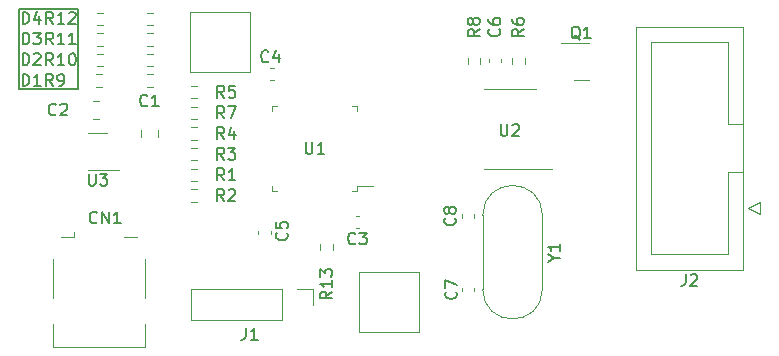
<source format=gbr>
%TF.GenerationSoftware,KiCad,Pcbnew,7.0.1*%
%TF.CreationDate,2023-03-17T11:51:17+07:00*%
%TF.ProjectId,BMP,424d502e-6b69-4636-9164-5f7063625858,rev?*%
%TF.SameCoordinates,Original*%
%TF.FileFunction,Legend,Top*%
%TF.FilePolarity,Positive*%
%FSLAX46Y46*%
G04 Gerber Fmt 4.6, Leading zero omitted, Abs format (unit mm)*
G04 Created by KiCad (PCBNEW 7.0.1) date 2023-03-17 11:51:17*
%MOMM*%
%LPD*%
G01*
G04 APERTURE LIST*
%ADD10C,0.150000*%
%ADD11C,0.120000*%
%ADD12C,0.100000*%
G04 APERTURE END LIST*
D10*
X77500000Y-58250000D02*
X82500000Y-58250000D01*
X82500000Y-65000000D01*
X77500000Y-65000000D01*
X77500000Y-58250000D01*
%TO.C,J1*%
X96666666Y-85212619D02*
X96666666Y-85926904D01*
X96666666Y-85926904D02*
X96619047Y-86069761D01*
X96619047Y-86069761D02*
X96523809Y-86165000D01*
X96523809Y-86165000D02*
X96380952Y-86212619D01*
X96380952Y-86212619D02*
X96285714Y-86212619D01*
X97666666Y-86212619D02*
X97095238Y-86212619D01*
X97380952Y-86212619D02*
X97380952Y-85212619D01*
X97380952Y-85212619D02*
X97285714Y-85355476D01*
X97285714Y-85355476D02*
X97190476Y-85450714D01*
X97190476Y-85450714D02*
X97095238Y-85498333D01*
%TO.C,R4*%
X94833333Y-69212619D02*
X94500000Y-68736428D01*
X94261905Y-69212619D02*
X94261905Y-68212619D01*
X94261905Y-68212619D02*
X94642857Y-68212619D01*
X94642857Y-68212619D02*
X94738095Y-68260238D01*
X94738095Y-68260238D02*
X94785714Y-68307857D01*
X94785714Y-68307857D02*
X94833333Y-68403095D01*
X94833333Y-68403095D02*
X94833333Y-68545952D01*
X94833333Y-68545952D02*
X94785714Y-68641190D01*
X94785714Y-68641190D02*
X94738095Y-68688809D01*
X94738095Y-68688809D02*
X94642857Y-68736428D01*
X94642857Y-68736428D02*
X94261905Y-68736428D01*
X95690476Y-68545952D02*
X95690476Y-69212619D01*
X95452381Y-68165000D02*
X95214286Y-68879285D01*
X95214286Y-68879285D02*
X95833333Y-68879285D01*
%TO.C,R1*%
X94833333Y-72712619D02*
X94500000Y-72236428D01*
X94261905Y-72712619D02*
X94261905Y-71712619D01*
X94261905Y-71712619D02*
X94642857Y-71712619D01*
X94642857Y-71712619D02*
X94738095Y-71760238D01*
X94738095Y-71760238D02*
X94785714Y-71807857D01*
X94785714Y-71807857D02*
X94833333Y-71903095D01*
X94833333Y-71903095D02*
X94833333Y-72045952D01*
X94833333Y-72045952D02*
X94785714Y-72141190D01*
X94785714Y-72141190D02*
X94738095Y-72188809D01*
X94738095Y-72188809D02*
X94642857Y-72236428D01*
X94642857Y-72236428D02*
X94261905Y-72236428D01*
X95785714Y-72712619D02*
X95214286Y-72712619D01*
X95500000Y-72712619D02*
X95500000Y-71712619D01*
X95500000Y-71712619D02*
X95404762Y-71855476D01*
X95404762Y-71855476D02*
X95309524Y-71950714D01*
X95309524Y-71950714D02*
X95214286Y-71998333D01*
%TO.C,C7*%
X114437380Y-82129166D02*
X114485000Y-82176785D01*
X114485000Y-82176785D02*
X114532619Y-82319642D01*
X114532619Y-82319642D02*
X114532619Y-82414880D01*
X114532619Y-82414880D02*
X114485000Y-82557737D01*
X114485000Y-82557737D02*
X114389761Y-82652975D01*
X114389761Y-82652975D02*
X114294523Y-82700594D01*
X114294523Y-82700594D02*
X114104047Y-82748213D01*
X114104047Y-82748213D02*
X113961190Y-82748213D01*
X113961190Y-82748213D02*
X113770714Y-82700594D01*
X113770714Y-82700594D02*
X113675476Y-82652975D01*
X113675476Y-82652975D02*
X113580238Y-82557737D01*
X113580238Y-82557737D02*
X113532619Y-82414880D01*
X113532619Y-82414880D02*
X113532619Y-82319642D01*
X113532619Y-82319642D02*
X113580238Y-82176785D01*
X113580238Y-82176785D02*
X113627857Y-82129166D01*
X113532619Y-81795832D02*
X113532619Y-81129166D01*
X113532619Y-81129166D02*
X114532619Y-81557737D01*
%TO.C,J2*%
X133896666Y-80642619D02*
X133896666Y-81356904D01*
X133896666Y-81356904D02*
X133849047Y-81499761D01*
X133849047Y-81499761D02*
X133753809Y-81595000D01*
X133753809Y-81595000D02*
X133610952Y-81642619D01*
X133610952Y-81642619D02*
X133515714Y-81642619D01*
X134325238Y-80737857D02*
X134372857Y-80690238D01*
X134372857Y-80690238D02*
X134468095Y-80642619D01*
X134468095Y-80642619D02*
X134706190Y-80642619D01*
X134706190Y-80642619D02*
X134801428Y-80690238D01*
X134801428Y-80690238D02*
X134849047Y-80737857D01*
X134849047Y-80737857D02*
X134896666Y-80833095D01*
X134896666Y-80833095D02*
X134896666Y-80928333D01*
X134896666Y-80928333D02*
X134849047Y-81071190D01*
X134849047Y-81071190D02*
X134277619Y-81642619D01*
X134277619Y-81642619D02*
X134896666Y-81642619D01*
%TO.C,R11*%
X80357142Y-61212619D02*
X80023809Y-60736428D01*
X79785714Y-61212619D02*
X79785714Y-60212619D01*
X79785714Y-60212619D02*
X80166666Y-60212619D01*
X80166666Y-60212619D02*
X80261904Y-60260238D01*
X80261904Y-60260238D02*
X80309523Y-60307857D01*
X80309523Y-60307857D02*
X80357142Y-60403095D01*
X80357142Y-60403095D02*
X80357142Y-60545952D01*
X80357142Y-60545952D02*
X80309523Y-60641190D01*
X80309523Y-60641190D02*
X80261904Y-60688809D01*
X80261904Y-60688809D02*
X80166666Y-60736428D01*
X80166666Y-60736428D02*
X79785714Y-60736428D01*
X81309523Y-61212619D02*
X80738095Y-61212619D01*
X81023809Y-61212619D02*
X81023809Y-60212619D01*
X81023809Y-60212619D02*
X80928571Y-60355476D01*
X80928571Y-60355476D02*
X80833333Y-60450714D01*
X80833333Y-60450714D02*
X80738095Y-60498333D01*
X82261904Y-61212619D02*
X81690476Y-61212619D01*
X81976190Y-61212619D02*
X81976190Y-60212619D01*
X81976190Y-60212619D02*
X81880952Y-60355476D01*
X81880952Y-60355476D02*
X81785714Y-60450714D01*
X81785714Y-60450714D02*
X81690476Y-60498333D01*
%TO.C,D3*%
X77761905Y-61212619D02*
X77761905Y-60212619D01*
X77761905Y-60212619D02*
X78000000Y-60212619D01*
X78000000Y-60212619D02*
X78142857Y-60260238D01*
X78142857Y-60260238D02*
X78238095Y-60355476D01*
X78238095Y-60355476D02*
X78285714Y-60450714D01*
X78285714Y-60450714D02*
X78333333Y-60641190D01*
X78333333Y-60641190D02*
X78333333Y-60784047D01*
X78333333Y-60784047D02*
X78285714Y-60974523D01*
X78285714Y-60974523D02*
X78238095Y-61069761D01*
X78238095Y-61069761D02*
X78142857Y-61165000D01*
X78142857Y-61165000D02*
X78000000Y-61212619D01*
X78000000Y-61212619D02*
X77761905Y-61212619D01*
X78666667Y-60212619D02*
X79285714Y-60212619D01*
X79285714Y-60212619D02*
X78952381Y-60593571D01*
X78952381Y-60593571D02*
X79095238Y-60593571D01*
X79095238Y-60593571D02*
X79190476Y-60641190D01*
X79190476Y-60641190D02*
X79238095Y-60688809D01*
X79238095Y-60688809D02*
X79285714Y-60784047D01*
X79285714Y-60784047D02*
X79285714Y-61022142D01*
X79285714Y-61022142D02*
X79238095Y-61117380D01*
X79238095Y-61117380D02*
X79190476Y-61165000D01*
X79190476Y-61165000D02*
X79095238Y-61212619D01*
X79095238Y-61212619D02*
X78809524Y-61212619D01*
X78809524Y-61212619D02*
X78714286Y-61165000D01*
X78714286Y-61165000D02*
X78666667Y-61117380D01*
%TO.C,C1*%
X88333333Y-66367380D02*
X88285714Y-66415000D01*
X88285714Y-66415000D02*
X88142857Y-66462619D01*
X88142857Y-66462619D02*
X88047619Y-66462619D01*
X88047619Y-66462619D02*
X87904762Y-66415000D01*
X87904762Y-66415000D02*
X87809524Y-66319761D01*
X87809524Y-66319761D02*
X87761905Y-66224523D01*
X87761905Y-66224523D02*
X87714286Y-66034047D01*
X87714286Y-66034047D02*
X87714286Y-65891190D01*
X87714286Y-65891190D02*
X87761905Y-65700714D01*
X87761905Y-65700714D02*
X87809524Y-65605476D01*
X87809524Y-65605476D02*
X87904762Y-65510238D01*
X87904762Y-65510238D02*
X88047619Y-65462619D01*
X88047619Y-65462619D02*
X88142857Y-65462619D01*
X88142857Y-65462619D02*
X88285714Y-65510238D01*
X88285714Y-65510238D02*
X88333333Y-65557857D01*
X89285714Y-66462619D02*
X88714286Y-66462619D01*
X89000000Y-66462619D02*
X89000000Y-65462619D01*
X89000000Y-65462619D02*
X88904762Y-65605476D01*
X88904762Y-65605476D02*
X88809524Y-65700714D01*
X88809524Y-65700714D02*
X88714286Y-65748333D01*
%TO.C,R13*%
X103962619Y-82142857D02*
X103486428Y-82476190D01*
X103962619Y-82714285D02*
X102962619Y-82714285D01*
X102962619Y-82714285D02*
X102962619Y-82333333D01*
X102962619Y-82333333D02*
X103010238Y-82238095D01*
X103010238Y-82238095D02*
X103057857Y-82190476D01*
X103057857Y-82190476D02*
X103153095Y-82142857D01*
X103153095Y-82142857D02*
X103295952Y-82142857D01*
X103295952Y-82142857D02*
X103391190Y-82190476D01*
X103391190Y-82190476D02*
X103438809Y-82238095D01*
X103438809Y-82238095D02*
X103486428Y-82333333D01*
X103486428Y-82333333D02*
X103486428Y-82714285D01*
X103962619Y-81190476D02*
X103962619Y-81761904D01*
X103962619Y-81476190D02*
X102962619Y-81476190D01*
X102962619Y-81476190D02*
X103105476Y-81571428D01*
X103105476Y-81571428D02*
X103200714Y-81666666D01*
X103200714Y-81666666D02*
X103248333Y-81761904D01*
X102962619Y-80857142D02*
X102962619Y-80238095D01*
X102962619Y-80238095D02*
X103343571Y-80571428D01*
X103343571Y-80571428D02*
X103343571Y-80428571D01*
X103343571Y-80428571D02*
X103391190Y-80333333D01*
X103391190Y-80333333D02*
X103438809Y-80285714D01*
X103438809Y-80285714D02*
X103534047Y-80238095D01*
X103534047Y-80238095D02*
X103772142Y-80238095D01*
X103772142Y-80238095D02*
X103867380Y-80285714D01*
X103867380Y-80285714D02*
X103915000Y-80333333D01*
X103915000Y-80333333D02*
X103962619Y-80428571D01*
X103962619Y-80428571D02*
X103962619Y-80714285D01*
X103962619Y-80714285D02*
X103915000Y-80809523D01*
X103915000Y-80809523D02*
X103867380Y-80857142D01*
%TO.C,U1*%
X101738095Y-69462619D02*
X101738095Y-70272142D01*
X101738095Y-70272142D02*
X101785714Y-70367380D01*
X101785714Y-70367380D02*
X101833333Y-70415000D01*
X101833333Y-70415000D02*
X101928571Y-70462619D01*
X101928571Y-70462619D02*
X102119047Y-70462619D01*
X102119047Y-70462619D02*
X102214285Y-70415000D01*
X102214285Y-70415000D02*
X102261904Y-70367380D01*
X102261904Y-70367380D02*
X102309523Y-70272142D01*
X102309523Y-70272142D02*
X102309523Y-69462619D01*
X103309523Y-70462619D02*
X102738095Y-70462619D01*
X103023809Y-70462619D02*
X103023809Y-69462619D01*
X103023809Y-69462619D02*
X102928571Y-69605476D01*
X102928571Y-69605476D02*
X102833333Y-69700714D01*
X102833333Y-69700714D02*
X102738095Y-69748333D01*
%TO.C,R8*%
X116462619Y-59916666D02*
X115986428Y-60249999D01*
X116462619Y-60488094D02*
X115462619Y-60488094D01*
X115462619Y-60488094D02*
X115462619Y-60107142D01*
X115462619Y-60107142D02*
X115510238Y-60011904D01*
X115510238Y-60011904D02*
X115557857Y-59964285D01*
X115557857Y-59964285D02*
X115653095Y-59916666D01*
X115653095Y-59916666D02*
X115795952Y-59916666D01*
X115795952Y-59916666D02*
X115891190Y-59964285D01*
X115891190Y-59964285D02*
X115938809Y-60011904D01*
X115938809Y-60011904D02*
X115986428Y-60107142D01*
X115986428Y-60107142D02*
X115986428Y-60488094D01*
X115891190Y-59345237D02*
X115843571Y-59440475D01*
X115843571Y-59440475D02*
X115795952Y-59488094D01*
X115795952Y-59488094D02*
X115700714Y-59535713D01*
X115700714Y-59535713D02*
X115653095Y-59535713D01*
X115653095Y-59535713D02*
X115557857Y-59488094D01*
X115557857Y-59488094D02*
X115510238Y-59440475D01*
X115510238Y-59440475D02*
X115462619Y-59345237D01*
X115462619Y-59345237D02*
X115462619Y-59154761D01*
X115462619Y-59154761D02*
X115510238Y-59059523D01*
X115510238Y-59059523D02*
X115557857Y-59011904D01*
X115557857Y-59011904D02*
X115653095Y-58964285D01*
X115653095Y-58964285D02*
X115700714Y-58964285D01*
X115700714Y-58964285D02*
X115795952Y-59011904D01*
X115795952Y-59011904D02*
X115843571Y-59059523D01*
X115843571Y-59059523D02*
X115891190Y-59154761D01*
X115891190Y-59154761D02*
X115891190Y-59345237D01*
X115891190Y-59345237D02*
X115938809Y-59440475D01*
X115938809Y-59440475D02*
X115986428Y-59488094D01*
X115986428Y-59488094D02*
X116081666Y-59535713D01*
X116081666Y-59535713D02*
X116272142Y-59535713D01*
X116272142Y-59535713D02*
X116367380Y-59488094D01*
X116367380Y-59488094D02*
X116415000Y-59440475D01*
X116415000Y-59440475D02*
X116462619Y-59345237D01*
X116462619Y-59345237D02*
X116462619Y-59154761D01*
X116462619Y-59154761D02*
X116415000Y-59059523D01*
X116415000Y-59059523D02*
X116367380Y-59011904D01*
X116367380Y-59011904D02*
X116272142Y-58964285D01*
X116272142Y-58964285D02*
X116081666Y-58964285D01*
X116081666Y-58964285D02*
X115986428Y-59011904D01*
X115986428Y-59011904D02*
X115938809Y-59059523D01*
X115938809Y-59059523D02*
X115891190Y-59154761D01*
%TO.C,CN1*%
X84059523Y-76267380D02*
X84011904Y-76315000D01*
X84011904Y-76315000D02*
X83869047Y-76362619D01*
X83869047Y-76362619D02*
X83773809Y-76362619D01*
X83773809Y-76362619D02*
X83630952Y-76315000D01*
X83630952Y-76315000D02*
X83535714Y-76219761D01*
X83535714Y-76219761D02*
X83488095Y-76124523D01*
X83488095Y-76124523D02*
X83440476Y-75934047D01*
X83440476Y-75934047D02*
X83440476Y-75791190D01*
X83440476Y-75791190D02*
X83488095Y-75600714D01*
X83488095Y-75600714D02*
X83535714Y-75505476D01*
X83535714Y-75505476D02*
X83630952Y-75410238D01*
X83630952Y-75410238D02*
X83773809Y-75362619D01*
X83773809Y-75362619D02*
X83869047Y-75362619D01*
X83869047Y-75362619D02*
X84011904Y-75410238D01*
X84011904Y-75410238D02*
X84059523Y-75457857D01*
X84488095Y-76362619D02*
X84488095Y-75362619D01*
X84488095Y-75362619D02*
X85059523Y-76362619D01*
X85059523Y-76362619D02*
X85059523Y-75362619D01*
X86059523Y-76362619D02*
X85488095Y-76362619D01*
X85773809Y-76362619D02*
X85773809Y-75362619D01*
X85773809Y-75362619D02*
X85678571Y-75505476D01*
X85678571Y-75505476D02*
X85583333Y-75600714D01*
X85583333Y-75600714D02*
X85488095Y-75648333D01*
%TO.C,C6*%
X118117380Y-59916666D02*
X118165000Y-59964285D01*
X118165000Y-59964285D02*
X118212619Y-60107142D01*
X118212619Y-60107142D02*
X118212619Y-60202380D01*
X118212619Y-60202380D02*
X118165000Y-60345237D01*
X118165000Y-60345237D02*
X118069761Y-60440475D01*
X118069761Y-60440475D02*
X117974523Y-60488094D01*
X117974523Y-60488094D02*
X117784047Y-60535713D01*
X117784047Y-60535713D02*
X117641190Y-60535713D01*
X117641190Y-60535713D02*
X117450714Y-60488094D01*
X117450714Y-60488094D02*
X117355476Y-60440475D01*
X117355476Y-60440475D02*
X117260238Y-60345237D01*
X117260238Y-60345237D02*
X117212619Y-60202380D01*
X117212619Y-60202380D02*
X117212619Y-60107142D01*
X117212619Y-60107142D02*
X117260238Y-59964285D01*
X117260238Y-59964285D02*
X117307857Y-59916666D01*
X117212619Y-59059523D02*
X117212619Y-59249999D01*
X117212619Y-59249999D02*
X117260238Y-59345237D01*
X117260238Y-59345237D02*
X117307857Y-59392856D01*
X117307857Y-59392856D02*
X117450714Y-59488094D01*
X117450714Y-59488094D02*
X117641190Y-59535713D01*
X117641190Y-59535713D02*
X118022142Y-59535713D01*
X118022142Y-59535713D02*
X118117380Y-59488094D01*
X118117380Y-59488094D02*
X118165000Y-59440475D01*
X118165000Y-59440475D02*
X118212619Y-59345237D01*
X118212619Y-59345237D02*
X118212619Y-59154761D01*
X118212619Y-59154761D02*
X118165000Y-59059523D01*
X118165000Y-59059523D02*
X118117380Y-59011904D01*
X118117380Y-59011904D02*
X118022142Y-58964285D01*
X118022142Y-58964285D02*
X117784047Y-58964285D01*
X117784047Y-58964285D02*
X117688809Y-59011904D01*
X117688809Y-59011904D02*
X117641190Y-59059523D01*
X117641190Y-59059523D02*
X117593571Y-59154761D01*
X117593571Y-59154761D02*
X117593571Y-59345237D01*
X117593571Y-59345237D02*
X117641190Y-59440475D01*
X117641190Y-59440475D02*
X117688809Y-59488094D01*
X117688809Y-59488094D02*
X117784047Y-59535713D01*
%TO.C,U3*%
X83375595Y-72162619D02*
X83375595Y-72972142D01*
X83375595Y-72972142D02*
X83423214Y-73067380D01*
X83423214Y-73067380D02*
X83470833Y-73115000D01*
X83470833Y-73115000D02*
X83566071Y-73162619D01*
X83566071Y-73162619D02*
X83756547Y-73162619D01*
X83756547Y-73162619D02*
X83851785Y-73115000D01*
X83851785Y-73115000D02*
X83899404Y-73067380D01*
X83899404Y-73067380D02*
X83947023Y-72972142D01*
X83947023Y-72972142D02*
X83947023Y-72162619D01*
X84327976Y-72162619D02*
X84947023Y-72162619D01*
X84947023Y-72162619D02*
X84613690Y-72543571D01*
X84613690Y-72543571D02*
X84756547Y-72543571D01*
X84756547Y-72543571D02*
X84851785Y-72591190D01*
X84851785Y-72591190D02*
X84899404Y-72638809D01*
X84899404Y-72638809D02*
X84947023Y-72734047D01*
X84947023Y-72734047D02*
X84947023Y-72972142D01*
X84947023Y-72972142D02*
X84899404Y-73067380D01*
X84899404Y-73067380D02*
X84851785Y-73115000D01*
X84851785Y-73115000D02*
X84756547Y-73162619D01*
X84756547Y-73162619D02*
X84470833Y-73162619D01*
X84470833Y-73162619D02*
X84375595Y-73115000D01*
X84375595Y-73115000D02*
X84327976Y-73067380D01*
%TO.C,D2*%
X77761905Y-62962619D02*
X77761905Y-61962619D01*
X77761905Y-61962619D02*
X78000000Y-61962619D01*
X78000000Y-61962619D02*
X78142857Y-62010238D01*
X78142857Y-62010238D02*
X78238095Y-62105476D01*
X78238095Y-62105476D02*
X78285714Y-62200714D01*
X78285714Y-62200714D02*
X78333333Y-62391190D01*
X78333333Y-62391190D02*
X78333333Y-62534047D01*
X78333333Y-62534047D02*
X78285714Y-62724523D01*
X78285714Y-62724523D02*
X78238095Y-62819761D01*
X78238095Y-62819761D02*
X78142857Y-62915000D01*
X78142857Y-62915000D02*
X78000000Y-62962619D01*
X78000000Y-62962619D02*
X77761905Y-62962619D01*
X78714286Y-62057857D02*
X78761905Y-62010238D01*
X78761905Y-62010238D02*
X78857143Y-61962619D01*
X78857143Y-61962619D02*
X79095238Y-61962619D01*
X79095238Y-61962619D02*
X79190476Y-62010238D01*
X79190476Y-62010238D02*
X79238095Y-62057857D01*
X79238095Y-62057857D02*
X79285714Y-62153095D01*
X79285714Y-62153095D02*
X79285714Y-62248333D01*
X79285714Y-62248333D02*
X79238095Y-62391190D01*
X79238095Y-62391190D02*
X78666667Y-62962619D01*
X78666667Y-62962619D02*
X79285714Y-62962619D01*
%TO.C,R12*%
X80357142Y-59462619D02*
X80023809Y-58986428D01*
X79785714Y-59462619D02*
X79785714Y-58462619D01*
X79785714Y-58462619D02*
X80166666Y-58462619D01*
X80166666Y-58462619D02*
X80261904Y-58510238D01*
X80261904Y-58510238D02*
X80309523Y-58557857D01*
X80309523Y-58557857D02*
X80357142Y-58653095D01*
X80357142Y-58653095D02*
X80357142Y-58795952D01*
X80357142Y-58795952D02*
X80309523Y-58891190D01*
X80309523Y-58891190D02*
X80261904Y-58938809D01*
X80261904Y-58938809D02*
X80166666Y-58986428D01*
X80166666Y-58986428D02*
X79785714Y-58986428D01*
X81309523Y-59462619D02*
X80738095Y-59462619D01*
X81023809Y-59462619D02*
X81023809Y-58462619D01*
X81023809Y-58462619D02*
X80928571Y-58605476D01*
X80928571Y-58605476D02*
X80833333Y-58700714D01*
X80833333Y-58700714D02*
X80738095Y-58748333D01*
X81690476Y-58557857D02*
X81738095Y-58510238D01*
X81738095Y-58510238D02*
X81833333Y-58462619D01*
X81833333Y-58462619D02*
X82071428Y-58462619D01*
X82071428Y-58462619D02*
X82166666Y-58510238D01*
X82166666Y-58510238D02*
X82214285Y-58557857D01*
X82214285Y-58557857D02*
X82261904Y-58653095D01*
X82261904Y-58653095D02*
X82261904Y-58748333D01*
X82261904Y-58748333D02*
X82214285Y-58891190D01*
X82214285Y-58891190D02*
X81642857Y-59462619D01*
X81642857Y-59462619D02*
X82261904Y-59462619D01*
%TO.C,Y1*%
X122761428Y-79276190D02*
X123237619Y-79276190D01*
X122237619Y-79609523D02*
X122761428Y-79276190D01*
X122761428Y-79276190D02*
X122237619Y-78942857D01*
X123237619Y-78085714D02*
X123237619Y-78657142D01*
X123237619Y-78371428D02*
X122237619Y-78371428D01*
X122237619Y-78371428D02*
X122380476Y-78466666D01*
X122380476Y-78466666D02*
X122475714Y-78561904D01*
X122475714Y-78561904D02*
X122523333Y-78657142D01*
%TO.C,U2*%
X118238095Y-67962619D02*
X118238095Y-68772142D01*
X118238095Y-68772142D02*
X118285714Y-68867380D01*
X118285714Y-68867380D02*
X118333333Y-68915000D01*
X118333333Y-68915000D02*
X118428571Y-68962619D01*
X118428571Y-68962619D02*
X118619047Y-68962619D01*
X118619047Y-68962619D02*
X118714285Y-68915000D01*
X118714285Y-68915000D02*
X118761904Y-68867380D01*
X118761904Y-68867380D02*
X118809523Y-68772142D01*
X118809523Y-68772142D02*
X118809523Y-67962619D01*
X119238095Y-68057857D02*
X119285714Y-68010238D01*
X119285714Y-68010238D02*
X119380952Y-67962619D01*
X119380952Y-67962619D02*
X119619047Y-67962619D01*
X119619047Y-67962619D02*
X119714285Y-68010238D01*
X119714285Y-68010238D02*
X119761904Y-68057857D01*
X119761904Y-68057857D02*
X119809523Y-68153095D01*
X119809523Y-68153095D02*
X119809523Y-68248333D01*
X119809523Y-68248333D02*
X119761904Y-68391190D01*
X119761904Y-68391190D02*
X119190476Y-68962619D01*
X119190476Y-68962619D02*
X119809523Y-68962619D01*
%TO.C,C5*%
X100117380Y-77166666D02*
X100165000Y-77214285D01*
X100165000Y-77214285D02*
X100212619Y-77357142D01*
X100212619Y-77357142D02*
X100212619Y-77452380D01*
X100212619Y-77452380D02*
X100165000Y-77595237D01*
X100165000Y-77595237D02*
X100069761Y-77690475D01*
X100069761Y-77690475D02*
X99974523Y-77738094D01*
X99974523Y-77738094D02*
X99784047Y-77785713D01*
X99784047Y-77785713D02*
X99641190Y-77785713D01*
X99641190Y-77785713D02*
X99450714Y-77738094D01*
X99450714Y-77738094D02*
X99355476Y-77690475D01*
X99355476Y-77690475D02*
X99260238Y-77595237D01*
X99260238Y-77595237D02*
X99212619Y-77452380D01*
X99212619Y-77452380D02*
X99212619Y-77357142D01*
X99212619Y-77357142D02*
X99260238Y-77214285D01*
X99260238Y-77214285D02*
X99307857Y-77166666D01*
X99212619Y-76261904D02*
X99212619Y-76738094D01*
X99212619Y-76738094D02*
X99688809Y-76785713D01*
X99688809Y-76785713D02*
X99641190Y-76738094D01*
X99641190Y-76738094D02*
X99593571Y-76642856D01*
X99593571Y-76642856D02*
X99593571Y-76404761D01*
X99593571Y-76404761D02*
X99641190Y-76309523D01*
X99641190Y-76309523D02*
X99688809Y-76261904D01*
X99688809Y-76261904D02*
X99784047Y-76214285D01*
X99784047Y-76214285D02*
X100022142Y-76214285D01*
X100022142Y-76214285D02*
X100117380Y-76261904D01*
X100117380Y-76261904D02*
X100165000Y-76309523D01*
X100165000Y-76309523D02*
X100212619Y-76404761D01*
X100212619Y-76404761D02*
X100212619Y-76642856D01*
X100212619Y-76642856D02*
X100165000Y-76738094D01*
X100165000Y-76738094D02*
X100117380Y-76785713D01*
%TO.C,R6*%
X120212619Y-59916666D02*
X119736428Y-60249999D01*
X120212619Y-60488094D02*
X119212619Y-60488094D01*
X119212619Y-60488094D02*
X119212619Y-60107142D01*
X119212619Y-60107142D02*
X119260238Y-60011904D01*
X119260238Y-60011904D02*
X119307857Y-59964285D01*
X119307857Y-59964285D02*
X119403095Y-59916666D01*
X119403095Y-59916666D02*
X119545952Y-59916666D01*
X119545952Y-59916666D02*
X119641190Y-59964285D01*
X119641190Y-59964285D02*
X119688809Y-60011904D01*
X119688809Y-60011904D02*
X119736428Y-60107142D01*
X119736428Y-60107142D02*
X119736428Y-60488094D01*
X119212619Y-59059523D02*
X119212619Y-59249999D01*
X119212619Y-59249999D02*
X119260238Y-59345237D01*
X119260238Y-59345237D02*
X119307857Y-59392856D01*
X119307857Y-59392856D02*
X119450714Y-59488094D01*
X119450714Y-59488094D02*
X119641190Y-59535713D01*
X119641190Y-59535713D02*
X120022142Y-59535713D01*
X120022142Y-59535713D02*
X120117380Y-59488094D01*
X120117380Y-59488094D02*
X120165000Y-59440475D01*
X120165000Y-59440475D02*
X120212619Y-59345237D01*
X120212619Y-59345237D02*
X120212619Y-59154761D01*
X120212619Y-59154761D02*
X120165000Y-59059523D01*
X120165000Y-59059523D02*
X120117380Y-59011904D01*
X120117380Y-59011904D02*
X120022142Y-58964285D01*
X120022142Y-58964285D02*
X119784047Y-58964285D01*
X119784047Y-58964285D02*
X119688809Y-59011904D01*
X119688809Y-59011904D02*
X119641190Y-59059523D01*
X119641190Y-59059523D02*
X119593571Y-59154761D01*
X119593571Y-59154761D02*
X119593571Y-59345237D01*
X119593571Y-59345237D02*
X119641190Y-59440475D01*
X119641190Y-59440475D02*
X119688809Y-59488094D01*
X119688809Y-59488094D02*
X119784047Y-59535713D01*
%TO.C,C3*%
X105945833Y-78047380D02*
X105898214Y-78095000D01*
X105898214Y-78095000D02*
X105755357Y-78142619D01*
X105755357Y-78142619D02*
X105660119Y-78142619D01*
X105660119Y-78142619D02*
X105517262Y-78095000D01*
X105517262Y-78095000D02*
X105422024Y-77999761D01*
X105422024Y-77999761D02*
X105374405Y-77904523D01*
X105374405Y-77904523D02*
X105326786Y-77714047D01*
X105326786Y-77714047D02*
X105326786Y-77571190D01*
X105326786Y-77571190D02*
X105374405Y-77380714D01*
X105374405Y-77380714D02*
X105422024Y-77285476D01*
X105422024Y-77285476D02*
X105517262Y-77190238D01*
X105517262Y-77190238D02*
X105660119Y-77142619D01*
X105660119Y-77142619D02*
X105755357Y-77142619D01*
X105755357Y-77142619D02*
X105898214Y-77190238D01*
X105898214Y-77190238D02*
X105945833Y-77237857D01*
X106279167Y-77142619D02*
X106898214Y-77142619D01*
X106898214Y-77142619D02*
X106564881Y-77523571D01*
X106564881Y-77523571D02*
X106707738Y-77523571D01*
X106707738Y-77523571D02*
X106802976Y-77571190D01*
X106802976Y-77571190D02*
X106850595Y-77618809D01*
X106850595Y-77618809D02*
X106898214Y-77714047D01*
X106898214Y-77714047D02*
X106898214Y-77952142D01*
X106898214Y-77952142D02*
X106850595Y-78047380D01*
X106850595Y-78047380D02*
X106802976Y-78095000D01*
X106802976Y-78095000D02*
X106707738Y-78142619D01*
X106707738Y-78142619D02*
X106422024Y-78142619D01*
X106422024Y-78142619D02*
X106326786Y-78095000D01*
X106326786Y-78095000D02*
X106279167Y-78047380D01*
%TO.C,C8*%
X114367380Y-75916666D02*
X114415000Y-75964285D01*
X114415000Y-75964285D02*
X114462619Y-76107142D01*
X114462619Y-76107142D02*
X114462619Y-76202380D01*
X114462619Y-76202380D02*
X114415000Y-76345237D01*
X114415000Y-76345237D02*
X114319761Y-76440475D01*
X114319761Y-76440475D02*
X114224523Y-76488094D01*
X114224523Y-76488094D02*
X114034047Y-76535713D01*
X114034047Y-76535713D02*
X113891190Y-76535713D01*
X113891190Y-76535713D02*
X113700714Y-76488094D01*
X113700714Y-76488094D02*
X113605476Y-76440475D01*
X113605476Y-76440475D02*
X113510238Y-76345237D01*
X113510238Y-76345237D02*
X113462619Y-76202380D01*
X113462619Y-76202380D02*
X113462619Y-76107142D01*
X113462619Y-76107142D02*
X113510238Y-75964285D01*
X113510238Y-75964285D02*
X113557857Y-75916666D01*
X113891190Y-75345237D02*
X113843571Y-75440475D01*
X113843571Y-75440475D02*
X113795952Y-75488094D01*
X113795952Y-75488094D02*
X113700714Y-75535713D01*
X113700714Y-75535713D02*
X113653095Y-75535713D01*
X113653095Y-75535713D02*
X113557857Y-75488094D01*
X113557857Y-75488094D02*
X113510238Y-75440475D01*
X113510238Y-75440475D02*
X113462619Y-75345237D01*
X113462619Y-75345237D02*
X113462619Y-75154761D01*
X113462619Y-75154761D02*
X113510238Y-75059523D01*
X113510238Y-75059523D02*
X113557857Y-75011904D01*
X113557857Y-75011904D02*
X113653095Y-74964285D01*
X113653095Y-74964285D02*
X113700714Y-74964285D01*
X113700714Y-74964285D02*
X113795952Y-75011904D01*
X113795952Y-75011904D02*
X113843571Y-75059523D01*
X113843571Y-75059523D02*
X113891190Y-75154761D01*
X113891190Y-75154761D02*
X113891190Y-75345237D01*
X113891190Y-75345237D02*
X113938809Y-75440475D01*
X113938809Y-75440475D02*
X113986428Y-75488094D01*
X113986428Y-75488094D02*
X114081666Y-75535713D01*
X114081666Y-75535713D02*
X114272142Y-75535713D01*
X114272142Y-75535713D02*
X114367380Y-75488094D01*
X114367380Y-75488094D02*
X114415000Y-75440475D01*
X114415000Y-75440475D02*
X114462619Y-75345237D01*
X114462619Y-75345237D02*
X114462619Y-75154761D01*
X114462619Y-75154761D02*
X114415000Y-75059523D01*
X114415000Y-75059523D02*
X114367380Y-75011904D01*
X114367380Y-75011904D02*
X114272142Y-74964285D01*
X114272142Y-74964285D02*
X114081666Y-74964285D01*
X114081666Y-74964285D02*
X113986428Y-75011904D01*
X113986428Y-75011904D02*
X113938809Y-75059523D01*
X113938809Y-75059523D02*
X113891190Y-75154761D01*
%TO.C,R5*%
X94833333Y-65712619D02*
X94500000Y-65236428D01*
X94261905Y-65712619D02*
X94261905Y-64712619D01*
X94261905Y-64712619D02*
X94642857Y-64712619D01*
X94642857Y-64712619D02*
X94738095Y-64760238D01*
X94738095Y-64760238D02*
X94785714Y-64807857D01*
X94785714Y-64807857D02*
X94833333Y-64903095D01*
X94833333Y-64903095D02*
X94833333Y-65045952D01*
X94833333Y-65045952D02*
X94785714Y-65141190D01*
X94785714Y-65141190D02*
X94738095Y-65188809D01*
X94738095Y-65188809D02*
X94642857Y-65236428D01*
X94642857Y-65236428D02*
X94261905Y-65236428D01*
X95738095Y-64712619D02*
X95261905Y-64712619D01*
X95261905Y-64712619D02*
X95214286Y-65188809D01*
X95214286Y-65188809D02*
X95261905Y-65141190D01*
X95261905Y-65141190D02*
X95357143Y-65093571D01*
X95357143Y-65093571D02*
X95595238Y-65093571D01*
X95595238Y-65093571D02*
X95690476Y-65141190D01*
X95690476Y-65141190D02*
X95738095Y-65188809D01*
X95738095Y-65188809D02*
X95785714Y-65284047D01*
X95785714Y-65284047D02*
X95785714Y-65522142D01*
X95785714Y-65522142D02*
X95738095Y-65617380D01*
X95738095Y-65617380D02*
X95690476Y-65665000D01*
X95690476Y-65665000D02*
X95595238Y-65712619D01*
X95595238Y-65712619D02*
X95357143Y-65712619D01*
X95357143Y-65712619D02*
X95261905Y-65665000D01*
X95261905Y-65665000D02*
X95214286Y-65617380D01*
%TO.C,R2*%
X94833333Y-74462619D02*
X94500000Y-73986428D01*
X94261905Y-74462619D02*
X94261905Y-73462619D01*
X94261905Y-73462619D02*
X94642857Y-73462619D01*
X94642857Y-73462619D02*
X94738095Y-73510238D01*
X94738095Y-73510238D02*
X94785714Y-73557857D01*
X94785714Y-73557857D02*
X94833333Y-73653095D01*
X94833333Y-73653095D02*
X94833333Y-73795952D01*
X94833333Y-73795952D02*
X94785714Y-73891190D01*
X94785714Y-73891190D02*
X94738095Y-73938809D01*
X94738095Y-73938809D02*
X94642857Y-73986428D01*
X94642857Y-73986428D02*
X94261905Y-73986428D01*
X95214286Y-73557857D02*
X95261905Y-73510238D01*
X95261905Y-73510238D02*
X95357143Y-73462619D01*
X95357143Y-73462619D02*
X95595238Y-73462619D01*
X95595238Y-73462619D02*
X95690476Y-73510238D01*
X95690476Y-73510238D02*
X95738095Y-73557857D01*
X95738095Y-73557857D02*
X95785714Y-73653095D01*
X95785714Y-73653095D02*
X95785714Y-73748333D01*
X95785714Y-73748333D02*
X95738095Y-73891190D01*
X95738095Y-73891190D02*
X95166667Y-74462619D01*
X95166667Y-74462619D02*
X95785714Y-74462619D01*
%TO.C,D1*%
X77761905Y-64712619D02*
X77761905Y-63712619D01*
X77761905Y-63712619D02*
X78000000Y-63712619D01*
X78000000Y-63712619D02*
X78142857Y-63760238D01*
X78142857Y-63760238D02*
X78238095Y-63855476D01*
X78238095Y-63855476D02*
X78285714Y-63950714D01*
X78285714Y-63950714D02*
X78333333Y-64141190D01*
X78333333Y-64141190D02*
X78333333Y-64284047D01*
X78333333Y-64284047D02*
X78285714Y-64474523D01*
X78285714Y-64474523D02*
X78238095Y-64569761D01*
X78238095Y-64569761D02*
X78142857Y-64665000D01*
X78142857Y-64665000D02*
X78000000Y-64712619D01*
X78000000Y-64712619D02*
X77761905Y-64712619D01*
X79285714Y-64712619D02*
X78714286Y-64712619D01*
X79000000Y-64712619D02*
X79000000Y-63712619D01*
X79000000Y-63712619D02*
X78904762Y-63855476D01*
X78904762Y-63855476D02*
X78809524Y-63950714D01*
X78809524Y-63950714D02*
X78714286Y-63998333D01*
%TO.C,Q1*%
X124967261Y-60795357D02*
X124872023Y-60747738D01*
X124872023Y-60747738D02*
X124776785Y-60652500D01*
X124776785Y-60652500D02*
X124633928Y-60509642D01*
X124633928Y-60509642D02*
X124538690Y-60462023D01*
X124538690Y-60462023D02*
X124443452Y-60462023D01*
X124491071Y-60700119D02*
X124395833Y-60652500D01*
X124395833Y-60652500D02*
X124300595Y-60557261D01*
X124300595Y-60557261D02*
X124252976Y-60366785D01*
X124252976Y-60366785D02*
X124252976Y-60033452D01*
X124252976Y-60033452D02*
X124300595Y-59842976D01*
X124300595Y-59842976D02*
X124395833Y-59747738D01*
X124395833Y-59747738D02*
X124491071Y-59700119D01*
X124491071Y-59700119D02*
X124681547Y-59700119D01*
X124681547Y-59700119D02*
X124776785Y-59747738D01*
X124776785Y-59747738D02*
X124872023Y-59842976D01*
X124872023Y-59842976D02*
X124919642Y-60033452D01*
X124919642Y-60033452D02*
X124919642Y-60366785D01*
X124919642Y-60366785D02*
X124872023Y-60557261D01*
X124872023Y-60557261D02*
X124776785Y-60652500D01*
X124776785Y-60652500D02*
X124681547Y-60700119D01*
X124681547Y-60700119D02*
X124491071Y-60700119D01*
X125872023Y-60700119D02*
X125300595Y-60700119D01*
X125586309Y-60700119D02*
X125586309Y-59700119D01*
X125586309Y-59700119D02*
X125491071Y-59842976D01*
X125491071Y-59842976D02*
X125395833Y-59938214D01*
X125395833Y-59938214D02*
X125300595Y-59985833D01*
%TO.C,R7*%
X94833333Y-67462619D02*
X94500000Y-66986428D01*
X94261905Y-67462619D02*
X94261905Y-66462619D01*
X94261905Y-66462619D02*
X94642857Y-66462619D01*
X94642857Y-66462619D02*
X94738095Y-66510238D01*
X94738095Y-66510238D02*
X94785714Y-66557857D01*
X94785714Y-66557857D02*
X94833333Y-66653095D01*
X94833333Y-66653095D02*
X94833333Y-66795952D01*
X94833333Y-66795952D02*
X94785714Y-66891190D01*
X94785714Y-66891190D02*
X94738095Y-66938809D01*
X94738095Y-66938809D02*
X94642857Y-66986428D01*
X94642857Y-66986428D02*
X94261905Y-66986428D01*
X95166667Y-66462619D02*
X95833333Y-66462619D01*
X95833333Y-66462619D02*
X95404762Y-67462619D01*
%TO.C,D4*%
X77761905Y-59462619D02*
X77761905Y-58462619D01*
X77761905Y-58462619D02*
X78000000Y-58462619D01*
X78000000Y-58462619D02*
X78142857Y-58510238D01*
X78142857Y-58510238D02*
X78238095Y-58605476D01*
X78238095Y-58605476D02*
X78285714Y-58700714D01*
X78285714Y-58700714D02*
X78333333Y-58891190D01*
X78333333Y-58891190D02*
X78333333Y-59034047D01*
X78333333Y-59034047D02*
X78285714Y-59224523D01*
X78285714Y-59224523D02*
X78238095Y-59319761D01*
X78238095Y-59319761D02*
X78142857Y-59415000D01*
X78142857Y-59415000D02*
X78000000Y-59462619D01*
X78000000Y-59462619D02*
X77761905Y-59462619D01*
X79190476Y-58795952D02*
X79190476Y-59462619D01*
X78952381Y-58415000D02*
X78714286Y-59129285D01*
X78714286Y-59129285D02*
X79333333Y-59129285D01*
%TO.C,R9*%
X80333333Y-64712619D02*
X80000000Y-64236428D01*
X79761905Y-64712619D02*
X79761905Y-63712619D01*
X79761905Y-63712619D02*
X80142857Y-63712619D01*
X80142857Y-63712619D02*
X80238095Y-63760238D01*
X80238095Y-63760238D02*
X80285714Y-63807857D01*
X80285714Y-63807857D02*
X80333333Y-63903095D01*
X80333333Y-63903095D02*
X80333333Y-64045952D01*
X80333333Y-64045952D02*
X80285714Y-64141190D01*
X80285714Y-64141190D02*
X80238095Y-64188809D01*
X80238095Y-64188809D02*
X80142857Y-64236428D01*
X80142857Y-64236428D02*
X79761905Y-64236428D01*
X80809524Y-64712619D02*
X81000000Y-64712619D01*
X81000000Y-64712619D02*
X81095238Y-64665000D01*
X81095238Y-64665000D02*
X81142857Y-64617380D01*
X81142857Y-64617380D02*
X81238095Y-64474523D01*
X81238095Y-64474523D02*
X81285714Y-64284047D01*
X81285714Y-64284047D02*
X81285714Y-63903095D01*
X81285714Y-63903095D02*
X81238095Y-63807857D01*
X81238095Y-63807857D02*
X81190476Y-63760238D01*
X81190476Y-63760238D02*
X81095238Y-63712619D01*
X81095238Y-63712619D02*
X80904762Y-63712619D01*
X80904762Y-63712619D02*
X80809524Y-63760238D01*
X80809524Y-63760238D02*
X80761905Y-63807857D01*
X80761905Y-63807857D02*
X80714286Y-63903095D01*
X80714286Y-63903095D02*
X80714286Y-64141190D01*
X80714286Y-64141190D02*
X80761905Y-64236428D01*
X80761905Y-64236428D02*
X80809524Y-64284047D01*
X80809524Y-64284047D02*
X80904762Y-64331666D01*
X80904762Y-64331666D02*
X81095238Y-64331666D01*
X81095238Y-64331666D02*
X81190476Y-64284047D01*
X81190476Y-64284047D02*
X81238095Y-64236428D01*
X81238095Y-64236428D02*
X81285714Y-64141190D01*
%TO.C,R3*%
X94833333Y-70962619D02*
X94500000Y-70486428D01*
X94261905Y-70962619D02*
X94261905Y-69962619D01*
X94261905Y-69962619D02*
X94642857Y-69962619D01*
X94642857Y-69962619D02*
X94738095Y-70010238D01*
X94738095Y-70010238D02*
X94785714Y-70057857D01*
X94785714Y-70057857D02*
X94833333Y-70153095D01*
X94833333Y-70153095D02*
X94833333Y-70295952D01*
X94833333Y-70295952D02*
X94785714Y-70391190D01*
X94785714Y-70391190D02*
X94738095Y-70438809D01*
X94738095Y-70438809D02*
X94642857Y-70486428D01*
X94642857Y-70486428D02*
X94261905Y-70486428D01*
X95166667Y-69962619D02*
X95785714Y-69962619D01*
X95785714Y-69962619D02*
X95452381Y-70343571D01*
X95452381Y-70343571D02*
X95595238Y-70343571D01*
X95595238Y-70343571D02*
X95690476Y-70391190D01*
X95690476Y-70391190D02*
X95738095Y-70438809D01*
X95738095Y-70438809D02*
X95785714Y-70534047D01*
X95785714Y-70534047D02*
X95785714Y-70772142D01*
X95785714Y-70772142D02*
X95738095Y-70867380D01*
X95738095Y-70867380D02*
X95690476Y-70915000D01*
X95690476Y-70915000D02*
X95595238Y-70962619D01*
X95595238Y-70962619D02*
X95309524Y-70962619D01*
X95309524Y-70962619D02*
X95214286Y-70915000D01*
X95214286Y-70915000D02*
X95166667Y-70867380D01*
%TO.C,C4*%
X98583333Y-62617380D02*
X98535714Y-62665000D01*
X98535714Y-62665000D02*
X98392857Y-62712619D01*
X98392857Y-62712619D02*
X98297619Y-62712619D01*
X98297619Y-62712619D02*
X98154762Y-62665000D01*
X98154762Y-62665000D02*
X98059524Y-62569761D01*
X98059524Y-62569761D02*
X98011905Y-62474523D01*
X98011905Y-62474523D02*
X97964286Y-62284047D01*
X97964286Y-62284047D02*
X97964286Y-62141190D01*
X97964286Y-62141190D02*
X98011905Y-61950714D01*
X98011905Y-61950714D02*
X98059524Y-61855476D01*
X98059524Y-61855476D02*
X98154762Y-61760238D01*
X98154762Y-61760238D02*
X98297619Y-61712619D01*
X98297619Y-61712619D02*
X98392857Y-61712619D01*
X98392857Y-61712619D02*
X98535714Y-61760238D01*
X98535714Y-61760238D02*
X98583333Y-61807857D01*
X99440476Y-62045952D02*
X99440476Y-62712619D01*
X99202381Y-61665000D02*
X98964286Y-62379285D01*
X98964286Y-62379285D02*
X99583333Y-62379285D01*
%TO.C,R10*%
X80357142Y-62962619D02*
X80023809Y-62486428D01*
X79785714Y-62962619D02*
X79785714Y-61962619D01*
X79785714Y-61962619D02*
X80166666Y-61962619D01*
X80166666Y-61962619D02*
X80261904Y-62010238D01*
X80261904Y-62010238D02*
X80309523Y-62057857D01*
X80309523Y-62057857D02*
X80357142Y-62153095D01*
X80357142Y-62153095D02*
X80357142Y-62295952D01*
X80357142Y-62295952D02*
X80309523Y-62391190D01*
X80309523Y-62391190D02*
X80261904Y-62438809D01*
X80261904Y-62438809D02*
X80166666Y-62486428D01*
X80166666Y-62486428D02*
X79785714Y-62486428D01*
X81309523Y-62962619D02*
X80738095Y-62962619D01*
X81023809Y-62962619D02*
X81023809Y-61962619D01*
X81023809Y-61962619D02*
X80928571Y-62105476D01*
X80928571Y-62105476D02*
X80833333Y-62200714D01*
X80833333Y-62200714D02*
X80738095Y-62248333D01*
X81928571Y-61962619D02*
X82023809Y-61962619D01*
X82023809Y-61962619D02*
X82119047Y-62010238D01*
X82119047Y-62010238D02*
X82166666Y-62057857D01*
X82166666Y-62057857D02*
X82214285Y-62153095D01*
X82214285Y-62153095D02*
X82261904Y-62343571D01*
X82261904Y-62343571D02*
X82261904Y-62581666D01*
X82261904Y-62581666D02*
X82214285Y-62772142D01*
X82214285Y-62772142D02*
X82166666Y-62867380D01*
X82166666Y-62867380D02*
X82119047Y-62915000D01*
X82119047Y-62915000D02*
X82023809Y-62962619D01*
X82023809Y-62962619D02*
X81928571Y-62962619D01*
X81928571Y-62962619D02*
X81833333Y-62915000D01*
X81833333Y-62915000D02*
X81785714Y-62867380D01*
X81785714Y-62867380D02*
X81738095Y-62772142D01*
X81738095Y-62772142D02*
X81690476Y-62581666D01*
X81690476Y-62581666D02*
X81690476Y-62343571D01*
X81690476Y-62343571D02*
X81738095Y-62153095D01*
X81738095Y-62153095D02*
X81785714Y-62057857D01*
X81785714Y-62057857D02*
X81833333Y-62010238D01*
X81833333Y-62010238D02*
X81928571Y-61962619D01*
%TO.C,C2*%
X80583333Y-67117380D02*
X80535714Y-67165000D01*
X80535714Y-67165000D02*
X80392857Y-67212619D01*
X80392857Y-67212619D02*
X80297619Y-67212619D01*
X80297619Y-67212619D02*
X80154762Y-67165000D01*
X80154762Y-67165000D02*
X80059524Y-67069761D01*
X80059524Y-67069761D02*
X80011905Y-66974523D01*
X80011905Y-66974523D02*
X79964286Y-66784047D01*
X79964286Y-66784047D02*
X79964286Y-66641190D01*
X79964286Y-66641190D02*
X80011905Y-66450714D01*
X80011905Y-66450714D02*
X80059524Y-66355476D01*
X80059524Y-66355476D02*
X80154762Y-66260238D01*
X80154762Y-66260238D02*
X80297619Y-66212619D01*
X80297619Y-66212619D02*
X80392857Y-66212619D01*
X80392857Y-66212619D02*
X80535714Y-66260238D01*
X80535714Y-66260238D02*
X80583333Y-66307857D01*
X80964286Y-66307857D02*
X81011905Y-66260238D01*
X81011905Y-66260238D02*
X81107143Y-66212619D01*
X81107143Y-66212619D02*
X81345238Y-66212619D01*
X81345238Y-66212619D02*
X81440476Y-66260238D01*
X81440476Y-66260238D02*
X81488095Y-66307857D01*
X81488095Y-66307857D02*
X81535714Y-66403095D01*
X81535714Y-66403095D02*
X81535714Y-66498333D01*
X81535714Y-66498333D02*
X81488095Y-66641190D01*
X81488095Y-66641190D02*
X80916667Y-67212619D01*
X80916667Y-67212619D02*
X81535714Y-67212619D01*
D11*
%TO.C,J1*%
X102330000Y-81920000D02*
X102330000Y-83250000D01*
X101000000Y-81920000D02*
X102330000Y-81920000D01*
X99730000Y-81920000D02*
X92050000Y-81920000D01*
X99730000Y-81920000D02*
X99730000Y-84580000D01*
X92050000Y-81920000D02*
X92050000Y-84580000D01*
X99730000Y-84580000D02*
X92050000Y-84580000D01*
%TO.C,R4*%
X91995276Y-68227500D02*
X92504724Y-68227500D01*
X91995276Y-69272500D02*
X92504724Y-69272500D01*
%TO.C,R1*%
X92504724Y-72772500D02*
X91995276Y-72772500D01*
X92504724Y-71727500D02*
X91995276Y-71727500D01*
%TO.C,C7*%
X114990000Y-82108767D02*
X114990000Y-81816233D01*
X116010000Y-82108767D02*
X116010000Y-81816233D01*
%TO.C,J2*%
X140180000Y-75580000D02*
X140180000Y-74580000D01*
X140180000Y-74580000D02*
X139180000Y-75080000D01*
X139180000Y-75080000D02*
X140180000Y-75580000D01*
X138790000Y-80290000D02*
X129670000Y-80290000D01*
X138790000Y-72050000D02*
X137480000Y-72050000D01*
X138790000Y-59710000D02*
X138790000Y-80290000D01*
X137480000Y-78990000D02*
X130980000Y-78990000D01*
X137480000Y-72050000D02*
X137480000Y-78990000D01*
X137480000Y-67950000D02*
X138790000Y-67950000D01*
X137480000Y-67950000D02*
X137480000Y-67950000D01*
X137480000Y-61010000D02*
X137480000Y-67950000D01*
X130980000Y-78990000D02*
X130980000Y-61010000D01*
X130980000Y-61010000D02*
X137480000Y-61010000D01*
X129670000Y-80290000D02*
X129670000Y-59710000D01*
X129670000Y-59710000D02*
X138790000Y-59710000D01*
%TO.C,R11*%
X88842224Y-61305832D02*
X88332776Y-61305832D01*
X88842224Y-60260832D02*
X88332776Y-60260832D01*
%TO.C,D3*%
X84045276Y-60260832D02*
X84554724Y-60260832D01*
X84045276Y-61305832D02*
X84554724Y-61305832D01*
%TO.C,C1*%
X87765000Y-69011252D02*
X87765000Y-68488748D01*
X89235000Y-69011252D02*
X89235000Y-68488748D01*
D12*
%TO.C,SW1*%
X91960000Y-58460000D02*
X97040000Y-58460000D01*
X97040000Y-58460000D02*
X97040000Y-63540000D01*
X97040000Y-63540000D02*
X91960000Y-63540000D01*
X91960000Y-63540000D02*
X91960000Y-58460000D01*
D11*
%TO.C,R13*%
X102977500Y-78592224D02*
X102977500Y-78082776D01*
X104022500Y-78592224D02*
X104022500Y-78082776D01*
%TO.C,U1*%
X106110000Y-73610000D02*
X106110000Y-73160000D01*
X106110000Y-73160000D02*
X107400000Y-73160000D01*
X106110000Y-66390000D02*
X106110000Y-66840000D01*
X105660000Y-73610000D02*
X106110000Y-73610000D01*
X105660000Y-66390000D02*
X106110000Y-66390000D01*
X99340000Y-73610000D02*
X98890000Y-73610000D01*
X99340000Y-66390000D02*
X98890000Y-66390000D01*
X98890000Y-73610000D02*
X98890000Y-73160000D01*
X98890000Y-66390000D02*
X98890000Y-66840000D01*
%TO.C,R8*%
X115477500Y-62842224D02*
X115477500Y-62332776D01*
X116522500Y-62842224D02*
X116522500Y-62332776D01*
%TO.C,CN1*%
X80340000Y-82640000D02*
X80340000Y-79410000D01*
X80340000Y-86810000D02*
X80340000Y-84860000D01*
X81060000Y-77490000D02*
X82140000Y-77490000D01*
X82140000Y-77490000D02*
X82140000Y-77060000D01*
X86360000Y-77490000D02*
X87440000Y-77490000D01*
X88160000Y-82640000D02*
X88160000Y-79410000D01*
X88160000Y-86810000D02*
X80340000Y-86810000D01*
X88160000Y-86810000D02*
X88160000Y-84860000D01*
%TO.C,C6*%
X117240000Y-62733767D02*
X117240000Y-62441233D01*
X118260000Y-62733767D02*
X118260000Y-62441233D01*
%TO.C,U3*%
X84137500Y-71860000D02*
X85937500Y-71860000D01*
X84137500Y-71860000D02*
X83337500Y-71860000D01*
X84137500Y-68740000D02*
X84937500Y-68740000D01*
X84137500Y-68740000D02*
X83337500Y-68740000D01*
%TO.C,D2*%
X84045276Y-61977500D02*
X84554724Y-61977500D01*
X84045276Y-63022500D02*
X84554724Y-63022500D01*
%TO.C,R12*%
X88842224Y-59589166D02*
X88332776Y-59589166D01*
X88842224Y-58544166D02*
X88332776Y-58544166D01*
%TO.C,Y1*%
X121775000Y-75675000D02*
X121775000Y-81925000D01*
X116725000Y-75675000D02*
X116725000Y-81925000D01*
X121775000Y-75675000D02*
G75*
G03*
X116725000Y-75675000I-2525000J0D01*
G01*
X116725000Y-81925000D02*
G75*
G03*
X121775000Y-81925000I2525000J0D01*
G01*
%TO.C,U2*%
X119000000Y-71735000D02*
X122600000Y-71735000D01*
X119000000Y-71735000D02*
X116800000Y-71735000D01*
X119000000Y-64965000D02*
X121200000Y-64965000D01*
X119000000Y-64965000D02*
X116800000Y-64965000D01*
%TO.C,C5*%
X97740000Y-77258767D02*
X97740000Y-76966233D01*
X98760000Y-77258767D02*
X98760000Y-76966233D01*
%TO.C,R6*%
X119227500Y-62842224D02*
X119227500Y-62332776D01*
X120272500Y-62842224D02*
X120272500Y-62332776D01*
D12*
%TO.C,SW2*%
X106210000Y-80460000D02*
X111290000Y-80460000D01*
X111290000Y-80460000D02*
X111290000Y-85540000D01*
X111290000Y-85540000D02*
X106210000Y-85540000D01*
X106210000Y-85540000D02*
X106210000Y-80460000D01*
D11*
%TO.C,C3*%
X106258767Y-76760000D02*
X105966233Y-76760000D01*
X106258767Y-75740000D02*
X105966233Y-75740000D01*
%TO.C,C8*%
X116010000Y-75591233D02*
X116010000Y-75883767D01*
X114990000Y-75591233D02*
X114990000Y-75883767D01*
%TO.C,R5*%
X92504724Y-65772500D02*
X91995276Y-65772500D01*
X92504724Y-64727500D02*
X91995276Y-64727500D01*
%TO.C,R2*%
X92504724Y-74522500D02*
X91995276Y-74522500D01*
X92504724Y-73477500D02*
X91995276Y-73477500D01*
%TO.C,D1*%
X84020276Y-63727500D02*
X84529724Y-63727500D01*
X84020276Y-64772500D02*
X84529724Y-64772500D01*
%TO.C,Q1*%
X125062500Y-61077500D02*
X123387500Y-61077500D01*
X125062500Y-61077500D02*
X125712500Y-61077500D01*
X125062500Y-64197500D02*
X124412500Y-64197500D01*
X125062500Y-64197500D02*
X125712500Y-64197500D01*
%TO.C,R7*%
X92504724Y-67522500D02*
X91995276Y-67522500D01*
X92504724Y-66477500D02*
X91995276Y-66477500D01*
%TO.C,D4*%
X84045276Y-58544166D02*
X84554724Y-58544166D01*
X84045276Y-59589166D02*
X84554724Y-59589166D01*
%TO.C,R9*%
X88817224Y-64772500D02*
X88307776Y-64772500D01*
X88817224Y-63727500D02*
X88307776Y-63727500D01*
%TO.C,R3*%
X92504724Y-71022500D02*
X91995276Y-71022500D01*
X92504724Y-69977500D02*
X91995276Y-69977500D01*
%TO.C,C4*%
X98741233Y-63240000D02*
X99033767Y-63240000D01*
X98741233Y-64260000D02*
X99033767Y-64260000D01*
%TO.C,R10*%
X88842224Y-63022500D02*
X88332776Y-63022500D01*
X88842224Y-61977500D02*
X88332776Y-61977500D01*
%TO.C,C2*%
X84261252Y-67485000D02*
X83738748Y-67485000D01*
X84261252Y-66015000D02*
X83738748Y-66015000D01*
%TD*%
M02*

</source>
